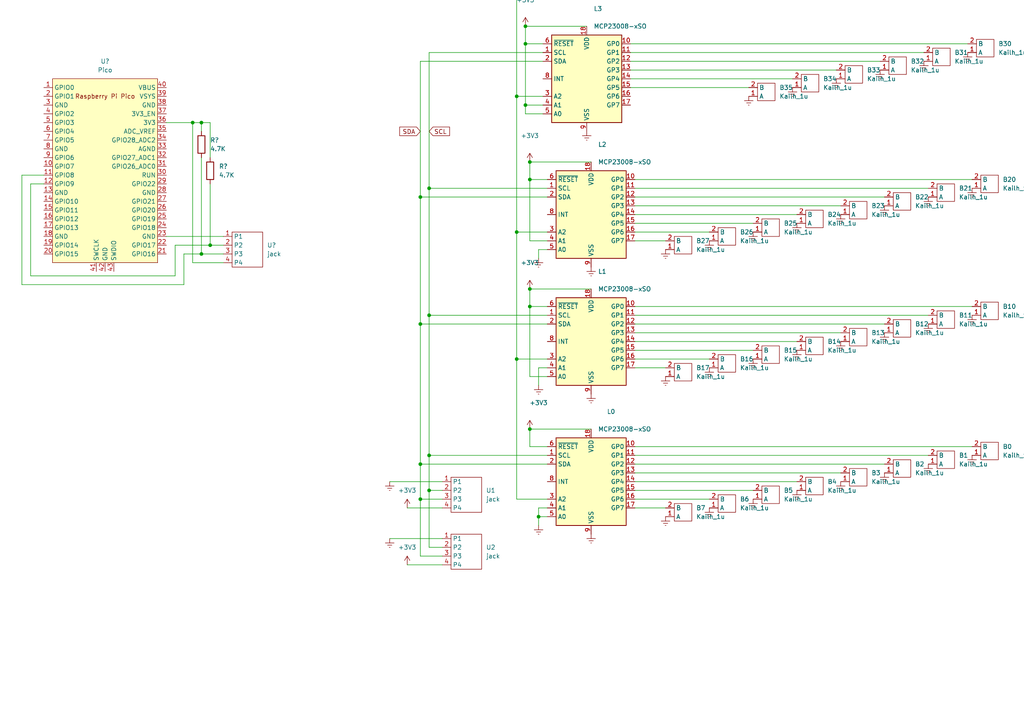
<source format=kicad_sch>
(kicad_sch (version 20211123) (generator eeschema)
  (paper "A4")
  (lib_symbols
    (symbol "Device:R" (pin_numbers hide) (pin_names (offset 0))
      (property "Reference" "R" (at 2.032 0 90))
      (property "Value" "R" (at 0 0 90))
      (symbol "R_0_1"
        (rectangle (start -1.016 -2.54) (end 1.016 2.54) (stroke (width 0.254)))
      )
      (symbol "R_1_1"
        (pin passive line (at 0 3.81 270) (length 1.27) (name "~") (number "1"))
        (pin passive line (at 0 -3.81 90) (length 1.27) (name "~") (number "2"))
      )
    )
    (symbol "Interface_Expansion:MCP23008-xSO"
      (property "Reference" "U" (at -8.89 13.97 0))
      (property "Value" "MCP23008-xSO" (at 8.89 13.97 0))
      (symbol "MCP23008-xSO_0_1"
        (rectangle (start -10.16 12.7) (end 10.16 -12.7) (stroke (width 0.254)) (fill (type background)))
      )
      (symbol "MCP23008-xSO_1_1"
        (pin input line (at -12.7 7.62 0) (length 2.54) (name "SCL") (number "1"))
        (pin bidirectional line (at 12.7 10.16 180) (length 2.54) (name "GP0") (number "10"))
        (pin bidirectional line (at 12.7 7.62 180) (length 2.54) (name "GP1") (number "11"))
        (pin bidirectional line (at 12.7 5.08 180) (length 2.54) (name "GP2") (number "12"))
        (pin bidirectional line (at 12.7 2.54 180) (length 2.54) (name "GP3") (number "13"))
        (pin bidirectional line (at 12.7 0 180) (length 2.54) (name "GP4") (number "14"))
        (pin bidirectional line (at 12.7 -2.54 180) (length 2.54) (name "GP5") (number "15"))
        (pin bidirectional line (at 12.7 -5.08 180) (length 2.54) (name "GP6") (number "16"))
        (pin bidirectional line (at 12.7 -7.62 180) (length 2.54) (name "GP7") (number "17"))
        (pin power_in line (at 0 15.24 270) (length 2.54) (name "VDD") (number "18"))
        (pin bidirectional line (at -12.7 5.08 0) (length 2.54) (name "SDA") (number "2"))
        (pin input line (at -12.7 -5.08 0) (length 2.54) (name "A2") (number "3"))
        (pin input line (at -12.7 -7.62 0) (length 2.54) (name "A1") (number "4"))
        (pin input line (at -12.7 -10.16 0) (length 2.54) (name "A0") (number "5"))
        (pin input line (at -12.7 10.16 0) (length 2.54) (name "~{RESET}") (number "6"))
        (pin no_connect line (at -10.16 -2.54 0) (length 2.54) hide (name "NC") (number "7"))
        (pin output line (at -12.7 0 0) (length 2.54) (name "INT") (number "8"))
        (pin power_in line (at 0 -15.24 90) (length 2.54) (name "VSS") (number "9"))
      )
    )
    (symbol "Jumper:Jumper_3_Open" (pin_names (offset 0) hide)
      (property "Reference" "JP" (at -2.54 -2.54 0))
      (property "Value" "Jumper_3_Open" (at 0 2.794 0))
      (symbol "Jumper_3_Open_0_0"
        (circle (center -3.302 0) (radius 0.508))
        (circle (center 0 0) (radius 0.508))
        (circle (center 3.302 0) (radius 0.508))
      )
      (symbol "Jumper_3_Open_0_1"
        (arc (start -0.254 1.016) (mid -1.651 1.4992) (end -3.048 1.016))
        (polyline (pts (xy 0 -0.508) (xy 0 -1.27)))
        (arc (start 3.048 1.016) (mid 1.651 1.4992) (end 0.254 1.016))
      )
      (symbol "Jumper_3_Open_1_1"
        (pin passive line (at -6.35 0 0) (length 2.54) (name "A") (number "1"))
        (pin passive line (at 0 -3.81 90) (length 2.54) (name "C") (number "2"))
        (pin passive line (at 6.35 0 180) (length 2.54) (name "B") (number "3"))
      )
    )
    (symbol "MCU_RaspberryPi_and_Boards:Pico"
      (property "Reference" "U" (at -13.97 27.94 0))
      (property "Value" "Pico" (at 0 19.05 0))
      (symbol "Pico_0_0"
        (text "Raspberry Pi Pico" (at 0 21.59 0) (effects (font (size 1.27 1.27))))
      )
      (symbol "Pico_0_1"
        (rectangle (start -15.24 26.67) (end 15.24 -26.67) (fill (type background)))
      )
      (symbol "Pico_1_1"
        (pin bidirectional line (at -17.78 24.13 0) (length 2.54) (name "GPIO0") (number "1"))
        (pin bidirectional line (at -17.78 1.27 0) (length 2.54) (name "GPIO7") (number "10"))
        (pin bidirectional line (at -17.78 -1.27 0) (length 2.54) (name "GPIO8") (number "11"))
        (pin bidirectional line (at -17.78 -3.81 0) (length 2.54) (name "GPIO9") (number "12"))
        (pin power_in line (at -17.78 -6.35 0) (length 2.54) (name "GND") (number "13"))
        (pin bidirectional line (at -17.78 -8.89 0) (length 2.54) (name "GPIO10") (number "14"))
        (pin bidirectional line (at -17.78 -11.43 0) (length 2.54) (name "GPIO11") (number "15"))
        (pin bidirectional line (at -17.78 -13.97 0) (length 2.54) (name "GPIO12") (number "16"))
        (pin bidirectional line (at -17.78 -16.51 0) (length 2.54) (name "GPIO13") (number "17"))
        (pin power_in line (at -17.78 -19.05 0) (length 2.54) (name "GND") (number "18"))
        (pin bidirectional line (at -17.78 -21.59 0) (length 2.54) (name "GPIO14") (number "19"))
        (pin bidirectional line (at -17.78 21.59 0) (length 2.54) (name "GPIO1") (number "2"))
        (pin bidirectional line (at -17.78 -24.13 0) (length 2.54) (name "GPIO15") (number "20"))
        (pin bidirectional line (at 17.78 -24.13 180) (length 2.54) (name "GPIO16") (number "21"))
        (pin bidirectional line (at 17.78 -21.59 180) (length 2.54) (name "GPIO17") (number "22"))
        (pin power_in line (at 17.78 -19.05 180) (length 2.54) (name "GND") (number "23"))
        (pin bidirectional line (at 17.78 -16.51 180) (length 2.54) (name "GPIO18") (number "24"))
        (pin bidirectional line (at 17.78 -13.97 180) (length 2.54) (name "GPIO19") (number "25"))
        (pin bidirectional line (at 17.78 -11.43 180) (length 2.54) (name "GPIO20") (number "26"))
        (pin bidirectional line (at 17.78 -8.89 180) (length 2.54) (name "GPIO21") (number "27"))
        (pin power_in line (at 17.78 -6.35 180) (length 2.54) (name "GND") (number "28"))
        (pin bidirectional line (at 17.78 -3.81 180) (length 2.54) (name "GPIO22") (number "29"))
        (pin power_in line (at -17.78 19.05 0) (length 2.54) (name "GND") (number "3"))
        (pin input line (at 17.78 -1.27 180) (length 2.54) (name "RUN") (number "30"))
        (pin bidirectional line (at 17.78 1.27 180) (length 2.54) (name "GPIO26_ADC0") (number "31"))
        (pin bidirectional line (at 17.78 3.81 180) (length 2.54) (name "GPIO27_ADC1") (number "32"))
        (pin power_in line (at 17.78 6.35 180) (length 2.54) (name "AGND") (number "33"))
        (pin bidirectional line (at 17.78 8.89 180) (length 2.54) (name "GPIO28_ADC2") (number "34"))
        (pin power_in line (at 17.78 11.43 180) (length 2.54) (name "ADC_VREF") (number "35"))
        (pin power_in line (at 17.78 13.97 180) (length 2.54) (name "3V3") (number "36"))
        (pin input line (at 17.78 16.51 180) (length 2.54) (name "3V3_EN") (number "37"))
        (pin bidirectional line (at 17.78 19.05 180) (length 2.54) (name "GND") (number "38"))
        (pin power_in line (at 17.78 21.59 180) (length 2.54) (name "VSYS") (number "39"))
        (pin bidirectional line (at -17.78 16.51 0) (length 2.54) (name "GPIO2") (number "4"))
        (pin power_in line (at 17.78 24.13 180) (length 2.54) (name "VBUS") (number "40"))
        (pin input line (at -2.54 -29.21 90) (length 2.54) (name "SWCLK") (number "41"))
        (pin power_in line (at 0 -29.21 90) (length 2.54) (name "GND") (number "42"))
        (pin bidirectional line (at 2.54 -29.21 90) (length 2.54) (name "SWDIO") (number "43"))
        (pin bidirectional line (at -17.78 13.97 0) (length 2.54) (name "GPIO3") (number "5"))
        (pin bidirectional line (at -17.78 11.43 0) (length 2.54) (name "GPIO4") (number "6"))
        (pin bidirectional line (at -17.78 8.89 0) (length 2.54) (name "GPIO5") (number "7"))
        (pin power_in line (at -17.78 6.35 0) (length 2.54) (name "GND") (number "8"))
        (pin bidirectional line (at -17.78 3.81 0) (length 2.54) (name "GPIO6") (number "9"))
      )
    )
    (symbol "power:+3.3V" (power) (pin_names (offset 0))
      (property "Value" "+3.3V" (at 0 3.556 0))
      (symbol "+3.3V_0_1"
        (polyline (pts (xy -0.762 1.27) (xy 0 2.54)))
        (polyline (pts (xy 0 0) (xy 0 2.54)))
        (polyline (pts (xy 0 2.54) (xy 0.762 1.27)))
      )
      (symbol "+3.3V_1_1"
        (pin power_in line (at 0 0 90) (length 0) hide (name "+3V3") (number "1"))
      )
    )
    (symbol "power:+3V3" (power) (pin_names (offset 0))
      (property "Value" "+3V3" (at 0 3.556 0))
      (symbol "+3V3_0_1"
        (polyline (pts (xy -0.762 1.27) (xy 0 2.54)))
        (polyline (pts (xy 0 0) (xy 0 2.54)))
        (polyline (pts (xy 0 2.54) (xy 0.762 1.27)))
      )
      (symbol "+3V3_1_1"
        (pin power_in line (at 0 0 90) (length 0) hide (name "+3V3") (number "1"))
      )
    )
    (symbol "power:Earth" (power) (pin_names (offset 0))
      (symbol "Earth_0_1"
        (polyline (pts (xy -0.635 -1.905) (xy 0.635 -1.905)))
        (polyline (pts (xy -0.127 -2.54) (xy 0.127 -2.54)))
        (polyline (pts (xy 0 -1.27) (xy 0 0)))
        (polyline (pts (xy 1.27 -1.27) (xy -1.27 -1.27)))
      )
      (symbol "Earth_1_1"
        (pin power_in line (at 0 0 270) (length 0) hide (name "Earth") (number "1"))
      )
    )
    (symbol "projectLibrary:Kailh_1u"
      (property "Reference" "U" (at 8.89 -1.27 0))
      (property "Value" "Kailh_1u" (at 12.7 1.27 0))
      (symbol "Kailh_1u_0_1"
        (rectangle (start 2.54 2.54) (end 7.62 -2.54))
      )
      (symbol "Kailh_1u_1_1"
        (pin bidirectional line (at 0 -1.27 0) (length 2.54) (name "A") (number "1"))
        (pin bidirectional line (at 0 1.27 0) (length 2.54) (name "B") (number "2"))
      )
    )
    (symbol "projectLibrary:jack"
      (property "Reference" "U" (at 3.81 0 0))
      (property "Value" "jack" (at 5.08 2.54 0))
      (symbol "jack_0_1"
        (rectangle (start 0 3.81) (end 8.89 -6.35))
      )
      (symbol "jack_1_1"
        (pin input line (at -2.54 2.54 0) (length 2.54) (name "P1") (number "1"))
        (pin input line (at -2.54 0 0) (length 2.54) (name "P2") (number "2"))
        (pin input line (at -2.54 -2.54 0) (length 2.54) (name "P3") (number "3"))
        (pin input line (at -2.54 -5.08 0) (length 2.54) (name "P4") (number "4"))
      )
    )
  )
  (junction (at 121.92 93.98))
  (junction (at 153.67 46.99))
  (junction (at 58.42 73.66))
  (junction (at 55.88 35.56))
  (junction (at 58.42 35.56))
  (junction (at 152.4 30.48))
  (junction (at 121.92 134.62))
  (junction (at 121.92 57.15))
  (junction (at 124.46 54.61))
  (junction (at 153.67 83.82))
  (junction (at 153.67 52.07))
  (junction (at 124.46 142.24))
  (junction (at 153.67 124.46))
  (junction (at 149.86 27.94))
  (junction (at 153.67 88.9))
  (junction (at 152.4 12.7))
  (junction (at 60.96 71.12))
  (junction (at 156.21 149.86))
  (junction (at 124.46 132.08))
  (junction (at 149.86 104.14))
  (junction (at 152.4 7.62))
  (junction (at 124.46 91.44))
  (junction (at 121.92 144.78))
  (junction (at 149.86 67.31))
  (wire (pts (xy 184.15 59.69) (xy 243.84 59.69)))
  (wire (pts (xy 121.92 134.62) (xy 158.75 134.62)))
  (wire (pts (xy 60.96 71.12) (xy 64.77 71.12)))
  (wire (pts (xy 153.67 83.82) (xy 153.67 88.9)))
  (wire (pts (xy 184.15 106.68) (xy 193.04 106.68)))
  (wire (pts (xy 156.21 -6.35) (xy 160.02 -6.35)))
  (wire (pts (xy 153.67 88.9) (xy 158.75 88.9)))
  (wire (pts (xy 182.88 15.24) (xy 267.97 15.24)))
  (wire (pts (xy 153.67 124.46) (xy 171.45 124.46)))
  (wire (pts (xy 124.46 54.61) (xy 124.46 91.44)))
  (wire (pts (xy 118.11 147.32) (xy 128.27 147.32)))
  (wire (pts (xy 53.34 73.66) (xy 58.42 73.66)))
  (wire (pts (xy 152.4 7.62) (xy 170.18 7.62)))
  (wire (pts (xy 184.15 101.6) (xy 218.44 101.6)))
  (wire (pts (xy 184.15 142.24) (xy 218.44 142.24)))
  (wire (pts (xy 184.15 104.14) (xy 205.74 104.14)))
  (wire (pts (xy 121.92 57.15) (xy 158.75 57.15)))
  (wire (pts (xy 153.67 46.99) (xy 171.45 46.99)))
  (wire (pts (xy 182.88 12.7) (xy 280.67 12.7)))
  (wire (pts (xy 156.21 72.39) (xy 158.75 72.39)))
  (wire (pts (xy 124.46 142.24) (xy 124.46 158.75)))
  (wire (pts (xy 156.21 106.68) (xy 156.21 111.76)))
  (wire (pts (xy 149.86 67.31) (xy 149.86 104.14)))
  (wire (pts (xy 153.67 83.82) (xy 171.45 83.82)))
  (wire (pts (xy 140.97 -6.35) (xy 143.51 -6.35)))
  (wire (pts (xy 64.77 76.2) (xy 55.88 76.2)))
  (wire (pts (xy 153.67 69.85) (xy 158.75 69.85)))
  (wire (pts (xy 184.15 62.23) (xy 231.14 62.23)))
  (wire (pts (xy 118.11 163.83) (xy 128.27 163.83)))
  (wire (pts (xy 124.46 132.08) (xy 124.46 91.44)))
  (wire (pts (xy 184.15 137.16) (xy 243.84 137.16)))
  (wire (pts (xy 50.8 71.12) (xy 60.96 71.12)))
  (wire (pts (xy 58.42 73.66) (xy 64.77 73.66)))
  (wire (pts (xy 152.4 30.48) (xy 152.4 33.02)))
  (wire (pts (xy 153.67 124.46) (xy 153.67 129.54)))
  (wire (pts (xy 50.8 80.01) (xy 50.8 71.12)))
  (wire (pts (xy 121.92 144.78) (xy 121.92 161.29)))
  (wire (pts (xy 184.15 147.32) (xy 193.04 147.32)))
  (wire (pts (xy 149.86 27.94) (xy 157.48 27.94)))
  (wire (pts (xy 184.15 52.07) (xy 281.94 52.07)))
  (wire (pts (xy 153.67 88.9) (xy 153.67 109.22)))
  (wire (pts (xy 6.35 50.8) (xy 6.35 82.55)))
  (wire (pts (xy 60.96 45.72) (xy 60.96 35.56)))
  (wire (pts (xy 182.88 20.32) (xy 242.57 20.32)))
  (wire (pts (xy 184.15 99.06) (xy 231.14 99.06)))
  (wire (pts (xy 152.4 12.7) (xy 152.4 30.48)))
  (wire (pts (xy 6.35 82.55) (xy 53.34 82.55)))
  (wire (pts (xy 184.15 57.15) (xy 256.54 57.15)))
  (wire (pts (xy 184.15 91.44) (xy 269.24 91.44)))
  (wire (pts (xy 184.15 134.62) (xy 256.54 134.62)))
  (wire (pts (xy 55.88 35.56) (xy 58.42 35.56)))
  (wire (pts (xy 156.21 147.32) (xy 158.75 147.32)))
  (wire (pts (xy 152.4 12.7) (xy 157.48 12.7)))
  (wire (pts (xy 53.34 82.55) (xy 53.34 73.66)))
  (wire (pts (xy 184.15 88.9) (xy 281.94 88.9)))
  (wire (pts (xy 12.7 50.8) (xy 6.35 50.8)))
  (wire (pts (xy 156.21 106.68) (xy 158.75 106.68)))
  (wire (pts (xy 184.15 54.61) (xy 269.24 54.61)))
  (wire (pts (xy 128.27 161.29) (xy 121.92 161.29)))
  (wire (pts (xy 157.48 15.24) (xy 124.46 15.24)))
  (wire (pts (xy 8.89 80.01) (xy 50.8 80.01)))
  (wire (pts (xy 58.42 45.72) (xy 58.42 73.66)))
  (wire (pts (xy 113.03 139.7) (xy 128.27 139.7)))
  (wire (pts (xy 153.67 52.07) (xy 153.67 69.85)))
  (wire (pts (xy 121.92 17.78) (xy 157.48 17.78)))
  (wire (pts (xy 149.86 144.78) (xy 158.75 144.78)))
  (wire (pts (xy 121.92 134.62) (xy 121.92 144.78)))
  (wire (pts (xy 58.42 38.1) (xy 58.42 35.56)))
  (wire (pts (xy 121.92 57.15) (xy 121.92 93.98)))
  (wire (pts (xy 124.46 132.08) (xy 124.46 142.24)))
  (wire (pts (xy 156.21 149.86) (xy 158.75 149.86)))
  (wire (pts (xy 184.15 139.7) (xy 231.14 139.7)))
  (wire (pts (xy 156.21 147.32) (xy 156.21 149.86)))
  (wire (pts (xy 152.4 30.48) (xy 157.48 30.48)))
  (wire (pts (xy 182.88 17.78) (xy 255.27 17.78)))
  (wire (pts (xy 124.46 54.61) (xy 158.75 54.61)))
  (wire (pts (xy 113.03 156.21) (xy 128.27 156.21)))
  (wire (pts (xy 184.15 64.77) (xy 218.44 64.77)))
  (wire (pts (xy 121.92 134.62) (xy 121.92 93.98)))
  (wire (pts (xy 58.42 35.56) (xy 60.96 35.56)))
  (wire (pts (xy 184.15 93.98) (xy 256.54 93.98)))
  (wire (pts (xy 184.15 132.08) (xy 269.24 132.08)))
  (wire (pts (xy 149.86 -2.54) (xy 149.86 27.94)))
  (wire (pts (xy 184.15 69.85) (xy 193.04 69.85)))
  (wire (pts (xy 128.27 142.24) (xy 124.46 142.24)))
  (wire (pts (xy 60.96 53.34) (xy 60.96 71.12)))
  (wire (pts (xy 121.92 93.98) (xy 158.75 93.98)))
  (wire (pts (xy 152.4 7.62) (xy 152.4 12.7)))
  (wire (pts (xy 128.27 144.78) (xy 121.92 144.78)))
  (wire (pts (xy 12.7 53.34) (xy 8.89 53.34)))
  (wire (pts (xy 149.86 27.94) (xy 149.86 67.31)))
  (wire (pts (xy 55.88 35.56) (xy 48.26 35.56)))
  (wire (pts (xy 55.88 76.2) (xy 55.88 35.56)))
  (wire (pts (xy 124.46 132.08) (xy 158.75 132.08)))
  (wire (pts (xy 156.21 149.86) (xy 156.21 152.4)))
  (wire (pts (xy 153.67 109.22) (xy 158.75 109.22)))
  (wire (pts (xy 153.67 46.99) (xy 153.67 52.07)))
  (wire (pts (xy 8.89 53.34) (xy 8.89 80.01)))
  (wire (pts (xy 124.46 15.24) (xy 124.46 54.61)))
  (wire (pts (xy 149.86 104.14) (xy 149.86 144.78)))
  (wire (pts (xy 124.46 91.44) (xy 158.75 91.44)))
  (wire (pts (xy 182.88 25.4) (xy 217.17 25.4)))
  (wire (pts (xy 152.4 33.02) (xy 157.48 33.02)))
  (wire (pts (xy 184.15 144.78) (xy 205.74 144.78)))
  (wire (pts (xy 149.86 104.14) (xy 158.75 104.14)))
  (wire (pts (xy 153.67 129.54) (xy 158.75 129.54)))
  (wire (pts (xy 182.88 22.86) (xy 229.87 22.86)))
  (wire (pts (xy 184.15 129.54) (xy 281.94 129.54)))
  (wire (pts (xy 156.21 72.39) (xy 156.21 74.93)))
  (wire (pts (xy 184.15 67.31) (xy 205.74 67.31)))
  (wire (pts (xy 153.67 52.07) (xy 158.75 52.07)))
  (wire (pts (xy 121.92 17.78) (xy 121.92 57.15)))
  (wire (pts (xy 48.26 68.58) (xy 64.77 68.58)))
  (wire (pts (xy 149.86 67.31) (xy 158.75 67.31)))
  (wire (pts (xy 184.15 96.52) (xy 243.84 96.52)))
  (wire (pts (xy 128.27 158.75) (xy 124.46 158.75)))
  (global_label "SDA" (shape input) (at 121.92 38.1 180) (property "Intersheet References" "${INTERSHEET_REFS}" (effects hide)))
  (global_label "SCL" (shape input) (at 124.46 38.1 0) (property "Intersheet References" "${INTERSHEET_REFS}" (effects hide)))
  (symbol (lib_id "projectLibrary:Kailh_1u") (at 193.04 148.59 0) (unit 1)
    (property "Reference" "B7" (at 201.93 147.3199 0) (effects (justify left)))
    (property "Value" "Kailh_1u" (at 201.93 149.8599 0) (effects (justify left)))
    (property "Footprint" "Switch_Keyboard_Kailh:SW_Kailh_Choc_V1_1.00u" (effects hide))
  )
  (symbol (lib_id "Device:R") (at 60.96 49.53 0) (unit 1)
    (property "Reference" "R?" (at 63.5 48.2599 0) (effects (justify left)))
    (property "Value" "4.7K" (at 63.5 50.7999 0) (effects (justify left)))
  )
  (symbol (lib_id "power:Earth") (at 243.84 62.23 0) (unit 1)
    (property "Reference" "#PWR0133" (effects hide))
    (property "Value" "Earth" (effects hide))
  )
  (symbol (lib_id "Interface_Expansion:MCP23008-xSO") (at 171.45 99.06 0) (unit 1)
    (property "Reference" "L1" (at 173.4694 78.74 0) (effects (justify left)))
    (property "Value" "MCP23008-xSO" (at 173.4694 83.82 0) (effects (justify left)))
    (property "Footprint" "Package_SO:SOIC-18W_7.5x11.6mm_P1.27mm" (effects hide))
    (property "Datasheet" "http://ww1.microchip.com/downloads/en/DeviceDoc/MCP23008-MCP23S08-Data-Sheet-20001919F.pdf" (effects hide))
  )
  (symbol (lib_id "projectLibrary:Kailh_1u") (at 229.87 24.13 0) (unit 1)
    (property "Reference" "B34" (at 238.76 22.8599 0) (effects (justify left)))
    (property "Value" "Kailh_1u" (at 238.76 25.3999 0) (effects (justify left)))
    (property "Footprint" "Switch_Keyboard_Kailh:SW_Kailh_Choc_V1_1.00u" (effects hide))
  )
  (symbol (lib_id "Interface_Expansion:MCP23008-xSO") (at 171.45 62.23 0) (unit 1)
    (property "Reference" "L2" (at 173.4694 41.91 0) (effects (justify left)))
    (property "Value" "MCP23008-xSO" (at 173.4694 46.99 0) (effects (justify left)))
    (property "Footprint" "Package_SO:SOIC-18W_7.5x11.6mm_P1.27mm" (effects hide))
    (property "Datasheet" "http://ww1.microchip.com/downloads/en/DeviceDoc/MCP23008-MCP23S08-Data-Sheet-20001919F.pdf" (effects hide))
  )
  (symbol (lib_id "power:+3.3V") (at 153.67 124.46 0) (unit 1)
    (property "Reference" "#PWR0106" (effects hide))
    (property "Value" "+3.3V" (at 156.21 116.84 0))
  )
  (symbol (lib_id "power:Earth") (at 218.44 144.78 0) (unit 1)
    (property "Reference" "#PWR0119" (effects hide))
    (property "Value" "Earth" (effects hide))
  )
  (symbol (lib_id "projectLibrary:Kailh_1u") (at 231.14 63.5 0) (unit 1)
    (property "Reference" "B24" (at 240.03 62.2299 0) (effects (justify left)))
    (property "Value" "Kailh_1u" (at 240.03 64.7699 0) (effects (justify left)))
    (property "Footprint" "Switch_Keyboard_Kailh:SW_Kailh_Choc_V1_1.00u" (effects hide))
  )
  (symbol (lib_id "projectLibrary:Kailh_1u") (at 281.94 130.81 0) (unit 1)
    (property "Reference" "B0" (at 290.83 129.5399 0) (effects (justify left)))
    (property "Value" "Kailh_1u" (at 290.83 132.0799 0) (effects (justify left)))
    (property "Footprint" "Switch_Keyboard_Kailh:SW_Kailh_Choc_V1_1.00u" (effects hide))
  )
  (symbol (lib_id "power:Earth") (at 205.74 106.68 0) (unit 1)
    (property "Reference" "#PWR0140" (effects hide))
    (property "Value" "Earth" (effects hide))
  )
  (symbol (lib_id "power:Earth") (at 231.14 64.77 0) (unit 1)
    (property "Reference" "#PWR0132" (effects hide))
    (property "Value" "Earth" (effects hide))
  )
  (symbol (lib_id "power:Earth") (at 281.94 91.44 0) (unit 1)
    (property "Reference" "#PWR0127" (effects hide))
    (property "Value" "Earth" (effects hide))
  )
  (symbol (lib_id "projectLibrary:Kailh_1u") (at 217.17 26.67 0) (unit 1)
    (property "Reference" "B35" (at 226.06 25.3999 0) (effects (justify left)))
    (property "Value" "Kailh_1u" (at 226.06 27.9399 0) (effects (justify left)))
    (property "Footprint" "Switch_Keyboard_Kailh:SW_Kailh_Choc_V1_1.00u" (effects hide))
  )
  (symbol (lib_id "projectLibrary:Kailh_1u") (at 269.24 55.88 0) (unit 1)
    (property "Reference" "B21" (at 278.13 54.6099 0) (effects (justify left)))
    (property "Value" "Kailh_1u" (at 278.13 57.1499 0) (effects (justify left)))
    (property "Footprint" "Switch_Keyboard_Kailh:SW_Kailh_Choc_V1_1.00u" (effects hide))
  )
  (symbol (lib_id "power:Earth") (at 229.87 25.4 0) (unit 1)
    (property "Reference" "#PWR0135" (effects hide))
    (property "Value" "Earth" (effects hide))
  )
  (symbol (lib_id "power:Earth") (at 242.57 22.86 0) (unit 1)
    (property "Reference" "#PWR0138" (effects hide))
    (property "Value" "Earth" (effects hide))
  )
  (symbol (lib_id "power:Earth") (at 256.54 137.16 0) (unit 1)
    (property "Reference" "#PWR0116" (effects hide))
    (property "Value" "Earth" (effects hide))
  )
  (symbol (lib_id "Interface_Expansion:MCP23008-xSO") (at 170.18 22.86 0) (unit 1)
    (property "Reference" "L3" (at 172.1994 2.54 0) (effects (justify left)))
    (property "Value" "MCP23008-xSO" (at 172.1994 7.62 0) (effects (justify left)))
    (property "Footprint" "Package_SO:SOIC-18W_7.5x11.6mm_P1.27mm" (effects hide))
    (property "Datasheet" "http://ww1.microchip.com/downloads/en/DeviceDoc/MCP23008-MCP23S08-Data-Sheet-20001919F.pdf" (effects hide))
  )
  (symbol (lib_id "power:Earth") (at 218.44 67.31 0) (unit 1)
    (property "Reference" "#PWR0122" (effects hide))
    (property "Value" "Earth" (effects hide))
  )
  (symbol (lib_id "projectLibrary:Kailh_1u") (at 205.74 146.05 0) (unit 1)
    (property "Reference" "B6" (at 214.63 144.7799 0) (effects (justify left)))
    (property "Value" "Kailh_1u" (at 214.63 147.3199 0) (effects (justify left)))
    (property "Footprint" "Switch_Keyboard_Kailh:SW_Kailh_Choc_V1_1.00u" (effects hide))
  )
  (symbol (lib_id "power:Earth") (at 205.74 69.85 0) (unit 1)
    (property "Reference" "#PWR0142" (effects hide))
    (property "Value" "Earth" (effects hide))
  )
  (symbol (lib_id "power:Earth") (at 156.21 111.76 0) (unit 1)
    (property "Reference" "#PWR0107" (effects hide))
    (property "Value" "Earth" (effects hide))
  )
  (symbol (lib_id "projectLibrary:Kailh_1u") (at 256.54 95.25 0) (unit 1)
    (property "Reference" "B12" (at 265.43 93.9799 0) (effects (justify left)))
    (property "Value" "Kailh_1u" (at 265.43 96.5199 0) (effects (justify left)))
    (property "Footprint" "Switch_Keyboard_Kailh:SW_Kailh_Choc_V1_1.00u" (effects hide))
  )
  (symbol (lib_id "MCU_RaspberryPi_and_Boards:Pico") (at 30.48 49.53 0) (unit 1)
    (property "Reference" "U?" (at 30.48 17.78 0))
    (property "Value" "Pico" (at 30.48 20.32 0))
    (property "Footprint" "RPi_Pico:RPi_Pico_SMD_TH" (effects hide))
  )
  (symbol (lib_id "Interface_Expansion:MCP23008-xSO") (at 171.45 139.7 0) (unit 1)
    (property "Reference" "L0" (at 176.0094 119.38 0) (effects (justify left)))
    (property "Value" "MCP23008-xSO" (at 173.4694 124.46 0) (effects (justify left)))
    (property "Footprint" "Package_SO:SOIC-18W_7.5x11.6mm_P1.27mm" (effects hide))
    (property "Datasheet" "http://ww1.microchip.com/downloads/en/DeviceDoc/MCP23008-MCP23S08-Data-Sheet-20001919F.pdf" (effects hide))
  )
  (symbol (lib_id "power:+3.3V") (at 153.67 83.82 0) (unit 1)
    (property "Reference" "#PWR0111" (effects hide))
    (property "Value" "+3.3V" (at 153.67 76.2 0))
  )
  (symbol (lib_id "power:Earth") (at 269.24 134.62 0) (unit 1)
    (property "Reference" "#PWR0117" (effects hide))
    (property "Value" "Earth" (effects hide))
  )
  (symbol (lib_id "projectLibrary:Kailh_1u") (at 218.44 102.87 0) (unit 1)
    (property "Reference" "B15" (at 227.33 101.5999 0) (effects (justify left)))
    (property "Value" "Kailh_1u" (at 227.33 104.1399 0) (effects (justify left)))
    (property "Footprint" "Switch_Keyboard_Kailh:SW_Kailh_Choc_V1_1.00u" (effects hide))
  )
  (symbol (lib_id "power:Earth") (at 255.27 20.32 0) (unit 1)
    (property "Reference" "#PWR0137" (effects hide))
    (property "Value" "Earth" (effects hide))
  )
  (symbol (lib_id "projectLibrary:Kailh_1u") (at 205.74 68.58 0) (unit 1)
    (property "Reference" "B26" (at 214.63 67.3099 0) (effects (justify left)))
    (property "Value" "Kailh_1u" (at 214.63 69.8499 0) (effects (justify left)))
    (property "Footprint" "Switch_Keyboard_Kailh:SW_Kailh_Choc_V1_1.00u" (effects hide))
  )
  (symbol (lib_id "projectLibrary:Kailh_1u") (at 256.54 135.89 0) (unit 1)
    (property "Reference" "B2" (at 265.43 134.6199 0) (effects (justify left)))
    (property "Value" "Kailh_1u" (at 265.43 137.1599 0) (effects (justify left)))
    (property "Footprint" "Switch_Keyboard_Kailh:SW_Kailh_Choc_V1_1.00u" (effects hide))
  )
  (symbol (lib_id "projectLibrary:Kailh_1u") (at 256.54 58.42 0) (unit 1)
    (property "Reference" "B22" (at 265.43 57.1499 0) (effects (justify left)))
    (property "Value" "Kailh_1u" (at 265.43 59.6899 0) (effects (justify left)))
    (property "Footprint" "Switch_Keyboard_Kailh:SW_Kailh_Choc_V1_1.00u" (effects hide))
  )
  (symbol (lib_id "power:Earth") (at 193.04 72.39 0) (unit 1)
    (property "Reference" "#PWR0141" (effects hide))
    (property "Value" "Earth" (effects hide))
  )
  (symbol (lib_id "power:+3.3V") (at 140.97 -6.35 0) (unit 1)
    (property "Reference" "#PWR0143" (effects hide))
    (property "Value" "+3.3V" (at 140.97 -13.97 0))
  )
  (symbol (lib_id "power:Earth") (at 156.21 74.93 0) (unit 1)
    (property "Reference" "#PWR0102" (effects hide))
    (property "Value" "Earth" (effects hide))
  )
  (symbol (lib_id "projectLibrary:Kailh_1u") (at 281.94 53.34 0) (unit 1)
    (property "Reference" "B20" (at 290.83 52.0699 0) (effects (justify left)))
    (property "Value" "Kailh_1u" (at 290.83 54.6099 0) (effects (justify left)))
    (property "Footprint" "Switch_Keyboard_Kailh:SW_Kailh_Choc_V1_1.00u" (effects hide))
  )
  (symbol (lib_id "power:Earth") (at 269.24 57.15 0) (unit 1)
    (property "Reference" "#PWR0131" (effects hide))
    (property "Value" "Earth" (effects hide))
  )
  (symbol (lib_id "power:Earth") (at 113.03 139.7 0) (unit 1)
    (property "Reference" "#PWR0147" (effects hide))
    (property "Value" "Earth" (effects hide))
  )
  (symbol (lib_id "projectLibrary:Kailh_1u") (at 281.94 90.17 0) (unit 1)
    (property "Reference" "B10" (at 290.83 88.8999 0) (effects (justify left)))
    (property "Value" "Kailh_1u" (at 290.83 91.4399 0) (effects (justify left)))
    (property "Footprint" "Switch_Keyboard_Kailh:SW_Kailh_Choc_V1_1.00u" (effects hide))
  )
  (symbol (lib_id "projectLibrary:Kailh_1u") (at 269.24 92.71 0) (unit 1)
    (property "Reference" "B11" (at 278.13 91.4399 0) (effects (justify left)))
    (property "Value" "Kailh_1u" (at 278.13 93.9799 0) (effects (justify left)))
    (property "Footprint" "Switch_Keyboard_Kailh:SW_Kailh_Choc_V1_1.00u" (effects hide))
  )
  (symbol (lib_id "Jumper:Jumper_3_Open") (at 149.86 -6.35 0) (unit 1)
    (property "Reference" "JP1" (at 149.86 -11.43 0))
    (property "Value" "Jumper_3_Open" (at 149.86 -8.89 0))
    (property "Footprint" "Jumper:SolderJumper-3_P1.3mm_Open_RoundedPad1.0x1.5mm" (effects hide))
  )
  (symbol (lib_id "projectLibrary:Kailh_1u") (at 267.97 16.51 0) (unit 1)
    (property "Reference" "B31" (at 276.86 15.2399 0) (effects (justify left)))
    (property "Value" "Kailh_1u" (at 276.86 17.7799 0) (effects (justify left)))
    (property "Footprint" "Switch_Keyboard_Kailh:SW_Kailh_Choc_V1_1.00u" (effects hide))
  )
  (symbol (lib_id "power:+3V3") (at 118.11 163.83 0) (unit 1)
    (property "Reference" "#PWR0149" (effects hide))
    (property "Value" "+3V3" (at 118.11 158.75 0))
  )
  (symbol (lib_id "projectLibrary:jack") (at 130.81 158.75 0) (unit 1)
    (property "Reference" "U2" (at 140.97 158.7499 0) (effects (justify left)))
    (property "Value" "jack" (at 140.97 161.2899 0) (effects (justify left)))
    (property "Footprint" "Library:jack" (effects hide))
  )
  (symbol (lib_id "power:Earth") (at 171.45 77.47 0) (unit 1)
    (property "Reference" "#PWR0108" (effects hide))
    (property "Value" "Earth" (effects hide))
  )
  (symbol (lib_id "projectLibrary:Kailh_1u") (at 218.44 143.51 0) (unit 1)
    (property "Reference" "B5" (at 227.33 142.2399 0) (effects (justify left)))
    (property "Value" "Kailh_1u" (at 227.33 144.7799 0) (effects (justify left)))
    (property "Footprint" "Switch_Keyboard_Kailh:SW_Kailh_Choc_V1_1.00u" (effects hide))
  )
  (symbol (lib_id "projectLibrary:Kailh_1u") (at 243.84 60.96 0) (unit 1)
    (property "Reference" "B23" (at 252.73 59.6899 0) (effects (justify left)))
    (property "Value" "Kailh_1u" (at 252.73 62.2299 0) (effects (justify left)))
    (property "Footprint" "Switch_Keyboard_Kailh:SW_Kailh_Choc_V1_1.00u" (effects hide))
  )
  (symbol (lib_id "projectLibrary:Kailh_1u") (at 231.14 100.33 0) (unit 1)
    (property "Reference" "B14" (at 240.03 99.0599 0) (effects (justify left)))
    (property "Value" "Kailh_1u" (at 240.03 101.5999 0) (effects (justify left)))
    (property "Footprint" "Switch_Keyboard_Kailh:SW_Kailh_Choc_V1_1.00u" (effects hide))
  )
  (symbol (lib_id "power:Earth") (at 160.02 -6.35 0) (unit 1)
    (property "Reference" "#PWR0101" (effects hide))
    (property "Value" "Earth" (effects hide))
  )
  (symbol (lib_id "power:Earth") (at 193.04 149.86 0) (unit 1)
    (property "Reference" "#PWR0114" (effects hide))
    (property "Value" "Earth" (effects hide))
  )
  (symbol (lib_id "projectLibrary:Kailh_1u") (at 231.14 140.97 0) (unit 1)
    (property "Reference" "B4" (at 240.03 139.6999 0) (effects (justify left)))
    (property "Value" "Kailh_1u" (at 240.03 142.2399 0) (effects (justify left)))
    (property "Footprint" "Switch_Keyboard_Kailh:SW_Kailh_Choc_V1_1.00u" (effects hide))
  )
  (symbol (lib_id "power:Earth") (at 113.03 156.21 0) (unit 1)
    (property "Reference" "#PWR0148" (effects hide))
    (property "Value" "Earth" (effects hide))
  )
  (symbol (lib_id "power:Earth") (at 218.44 104.14 0) (unit 1)
    (property "Reference" "#PWR0123" (effects hide))
    (property "Value" "Earth" (effects hide))
  )
  (symbol (lib_id "projectLibrary:Kailh_1u") (at 243.84 97.79 0) (unit 1)
    (property "Reference" "B13" (at 252.73 96.5199 0) (effects (justify left)))
    (property "Value" "Kailh_1u" (at 252.73 99.0599 0) (effects (justify left)))
    (property "Footprint" "Switch_Keyboard_Kailh:SW_Kailh_Choc_V1_1.00u" (effects hide))
  )
  (symbol (lib_id "projectLibrary:Kailh_1u") (at 280.67 13.97 0) (unit 1)
    (property "Reference" "B30" (at 289.56 12.6999 0) (effects (justify left)))
    (property "Value" "Kailh_1u" (at 289.56 15.2399 0) (effects (justify left)))
    (property "Footprint" "Switch_Keyboard_Kailh:SW_Kailh_Choc_V1_1.00u" (effects hide))
  )
  (symbol (lib_id "power:Earth") (at 281.94 54.61 0) (unit 1)
    (property "Reference" "#PWR0129" (effects hide))
    (property "Value" "Earth" (effects hide))
  )
  (symbol (lib_id "power:Earth") (at 170.18 38.1 0) (unit 1)
    (property "Reference" "#PWR0110" (effects hide))
    (property "Value" "Earth" (effects hide))
  )
  (symbol (lib_id "Device:R") (at 58.42 41.91 0) (unit 1)
    (property "Reference" "R?" (at 60.96 40.6399 0) (effects (justify left)))
    (property "Value" "4.7K" (at 60.96 43.1799 0) (effects (justify left)))
  )
  (symbol (lib_id "power:Earth") (at 205.74 147.32 0) (unit 1)
    (property "Reference" "#PWR0115" (effects hide))
    (property "Value" "Earth" (effects hide))
  )
  (symbol (lib_id "power:Earth") (at 256.54 59.69 0) (unit 1)
    (property "Reference" "#PWR0130" (effects hide))
    (property "Value" "Earth" (effects hide))
  )
  (symbol (lib_id "projectLibrary:Kailh_1u") (at 242.57 21.59 0) (unit 1)
    (property "Reference" "B33" (at 251.46 20.3199 0) (effects (justify left)))
    (property "Value" "Kailh_1u" (at 251.46 22.8599 0) (effects (justify left)))
    (property "Footprint" "Switch_Keyboard_Kailh:SW_Kailh_Choc_V1_1.00u" (effects hide))
  )
  (symbol (lib_id "power:Earth") (at 231.14 101.6 0) (unit 1)
    (property "Reference" "#PWR0125" (effects hide))
    (property "Value" "Earth" (effects hide))
  )
  (symbol (lib_id "projectLibrary:Kailh_1u") (at 255.27 19.05 0) (unit 1)
    (property "Reference" "B32" (at 264.16 17.7799 0) (effects (justify left)))
    (property "Value" "Kailh_1u" (at 264.16 20.3199 0) (effects (justify left)))
    (property "Footprint" "Switch_Keyboard_Kailh:SW_Kailh_Choc_V1_1.00u" (effects hide))
  )
  (symbol (lib_id "projectLibrary:Kailh_1u") (at 193.04 71.12 0) (unit 1)
    (property "Reference" "B27" (at 201.93 69.8499 0) (effects (justify left)))
    (property "Value" "Kailh_1u" (at 201.93 72.3899 0) (effects (justify left)))
    (property "Footprint" "Switch_Keyboard_Kailh:SW_Kailh_Choc_V1_1.00u" (effects hide))
  )
  (symbol (lib_id "projectLibrary:jack") (at 130.81 142.24 0) (unit 1)
    (property "Reference" "U1" (at 140.97 142.2399 0) (effects (justify left)))
    (property "Value" "jack" (at 140.97 144.7799 0) (effects (justify left)))
    (property "Footprint" "Library:jack" (effects hide))
  )
  (symbol (lib_id "power:Earth") (at 217.17 27.94 0) (unit 1)
    (property "Reference" "#PWR0134" (effects hide))
    (property "Value" "Earth" (effects hide))
  )
  (symbol (lib_id "power:+3.3V") (at 153.67 46.99 0) (unit 1)
    (property "Reference" "#PWR0109" (effects hide))
    (property "Value" "+3.3V" (at 153.67 39.37 0))
  )
  (symbol (lib_id "power:Earth") (at 156.21 152.4 0) (unit 1)
    (property "Reference" "#PWR0104" (effects hide))
    (property "Value" "Earth" (effects hide))
  )
  (symbol (lib_id "power:Earth") (at 243.84 139.7 0) (unit 1)
    (property "Reference" "#PWR0120" (effects hide))
    (property "Value" "Earth" (effects hide))
  )
  (symbol (lib_id "power:+3.3V") (at 152.4 7.62 0) (unit 1)
    (property "Reference" "#PWR0112" (effects hide))
    (property "Value" "+3.3V" (at 152.4 0 0))
  )
  (symbol (lib_id "power:Earth") (at 243.84 99.06 0) (unit 1)
    (property "Reference" "#PWR0124" (effects hide))
    (property "Value" "Earth" (effects hide))
  )
  (symbol (lib_id "projectLibrary:Kailh_1u") (at 205.74 105.41 0) (unit 1)
    (property "Reference" "B16" (at 214.63 104.1399 0) (effects (justify left)))
    (property "Value" "Kailh_1u" (at 214.63 106.6799 0) (effects (justify left)))
    (property "Footprint" "Switch_Keyboard_Kailh:SW_Kailh_Choc_V1_1.00u" (effects hide))
  )
  (symbol (lib_id "projectLibrary:Kailh_1u") (at 243.84 138.43 0) (unit 1)
    (property "Reference" "B3" (at 252.73 137.1599 0) (effects (justify left)))
    (property "Value" "Kailh_1u" (at 252.73 139.6999 0) (effects (justify left)))
    (property "Footprint" "Switch_Keyboard_Kailh:SW_Kailh_Choc_V1_1.00u" (effects hide))
  )
  (symbol (lib_id "power:+3V3") (at 118.11 147.32 0) (unit 1)
    (property "Reference" "#PWR0146" (effects hide))
    (property "Value" "+3V3" (at 118.11 142.24 0))
  )
  (symbol (lib_id "power:Earth") (at 231.14 142.24 0) (unit 1)
    (property "Reference" "#PWR0121" (effects hide))
    (property "Value" "Earth" (effects hide))
  )
  (symbol (lib_id "power:Earth") (at 281.94 132.08 0) (unit 1)
    (property "Reference" "#PWR0118" (effects hide))
    (property "Value" "Earth" (effects hide))
  )
  (symbol (lib_id "power:Earth") (at 267.97 17.78 0) (unit 1)
    (property "Reference" "#PWR0139" (effects hide))
    (property "Value" "Earth" (effects hide))
  )
  (symbol (lib_id "projectLibrary:Kailh_1u") (at 193.04 107.95 0) (unit 1)
    (property "Reference" "B17" (at 201.93 106.6799 0) (effects (justify left)))
    (property "Value" "Kailh_1u" (at 201.93 109.2199 0) (effects (justify left)))
    (property "Footprint" "Switch_Keyboard_Kailh:SW_Kailh_Choc_V1_1.00u" (effects hide))
  )
  (symbol (lib_id "power:Earth") (at 171.45 114.3 0) (unit 1)
    (property "Reference" "#PWR0103" (effects hide))
    (property "Value" "Earth" (effects hide))
  )
  (symbol (lib_id "projectLibrary:Kailh_1u") (at 269.24 133.35 0) (unit 1)
    (property "Reference" "B1" (at 278.13 132.0799 0) (effects (justify left)))
    (property "Value" "Kailh_1u" (at 278.13 134.6199 0) (effects (justify left)))
    (property "Footprint" "Switch_Keyboard_Kailh:SW_Kailh_Choc_V1_1.00u" (effects hide))
  )
  (symbol (lib_id "power:Earth") (at 193.04 109.22 0) (unit 1)
    (property "Reference" "#PWR0113" (effects hide))
    (property "Value" "Earth" (effects hide))
  )
  (symbol (lib_id "power:Earth") (at 256.54 96.52 0) (unit 1)
    (property "Reference" "#PWR0128" (effects hide))
    (property "Value" "Earth" (effects hide))
  )
  (symbol (lib_id "power:Earth") (at 171.45 154.94 0) (unit 1)
    (property "Reference" "#PWR0105" (effects hide))
    (property "Value" "Earth" (effects hide))
  )
  (symbol (lib_id "power:Earth") (at 269.24 93.98 0) (unit 1)
    (property "Reference" "#PWR0126" (effects hide))
    (property "Value" "Earth" (effects hide))
  )
  (symbol (lib_id "projectLibrary:jack") (at 67.31 71.12 0) (unit 1)
    (property "Reference" "U?" (at 77.47 71.1199 0) (effects (justify left)))
    (property "Value" "jack" (at 77.47 73.6599 0) (effects (justify left)))
    (property "Footprint" "Library:jack" (effects hide))
  )
  (symbol (lib_id "projectLibrary:Kailh_1u") (at 218.44 66.04 0) (unit 1)
    (property "Reference" "B25" (at 227.33 64.7699 0) (effects (justify left)))
    (property "Value" "Kailh_1u" (at 227.33 67.3099 0) (effects (justify left)))
    (property "Footprint" "Switch_Keyboard_Kailh:SW_Kailh_Choc_V1_1.00u" (effects hide))
  )
  (symbol (lib_id "power:Earth") (at 280.67 15.24 0) (unit 1)
    (property "Reference" "#PWR0136" (effects hide))
    (property "Value" "Earth" (effects hide))
  )
)
</source>
